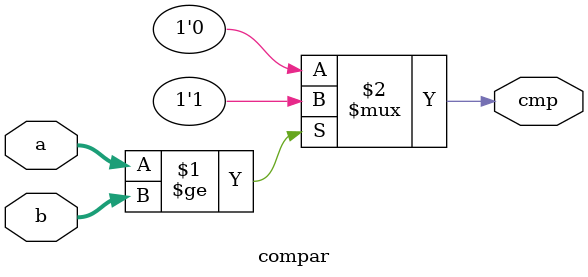
<source format=sv>
	module compar(a, b, cmp);
	input bit [7:0] a;
	input bit [7:0] b;
	output bit      cmp;

	   assign cmp = (a >= b) ?  1'b1 : 1'b0;

        endmodule
</source>
